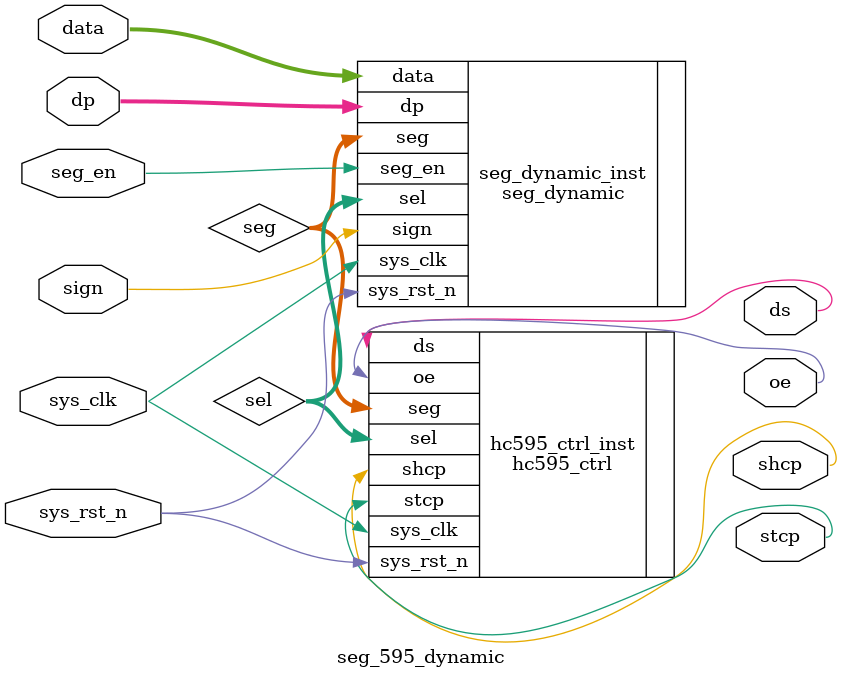
<source format=v>
/*联合模块seg_dynamic和模块hc595_ctrl*/
/*输入显示数据、小数点使能位、符号使能位、数码管使能位，输出hc595直接能接收的信号*/
module seg_595_dynamic
(
  input   wire        sys_clk,
  input   wire        sys_rst_n,
  input   wire[19:0]  data,
  input   wire[5:0]   dp,
  input   wire        sign,
  input   wire        seg_en,
  
  output  wire        ds,
  output  wire        oe,
  output  wire        shcp,
  output  wire        stcp
);

wire[5:0]   sel;
wire[7:0]   seg;

seg_dynamic seg_dynamic_inst
(
  .sys_clk      (sys_clk),
  .sys_rst_n    (sys_rst_n),
  .data         (data),
  .dp           (dp),
  .sign         (sign),
  .seg_en       (seg_en),
  
  .sel          (sel),
  .seg          (seg)
);

hc595_ctrl
#(
  .cnt_MAX      (2'd3),//用来对系统时钟进行4分频的
  .cnt_bit_MAX  (4'd13)//有14个移位数据，因此要从0计数到13
)
hc595_ctrl_inst
(
  .sys_clk      (sys_clk),
  .sys_rst_n    (sys_rst_n),
  .sel          (sel),//位选信号，0~5代表低位到高位，即右到左（DIG6~DIG1）
  .seg          (seg),
  
  .ds           (ds),
  .shcp         (shcp),
  .stcp         (stcp),
  .oe           (oe)
);

endmodule
</source>
